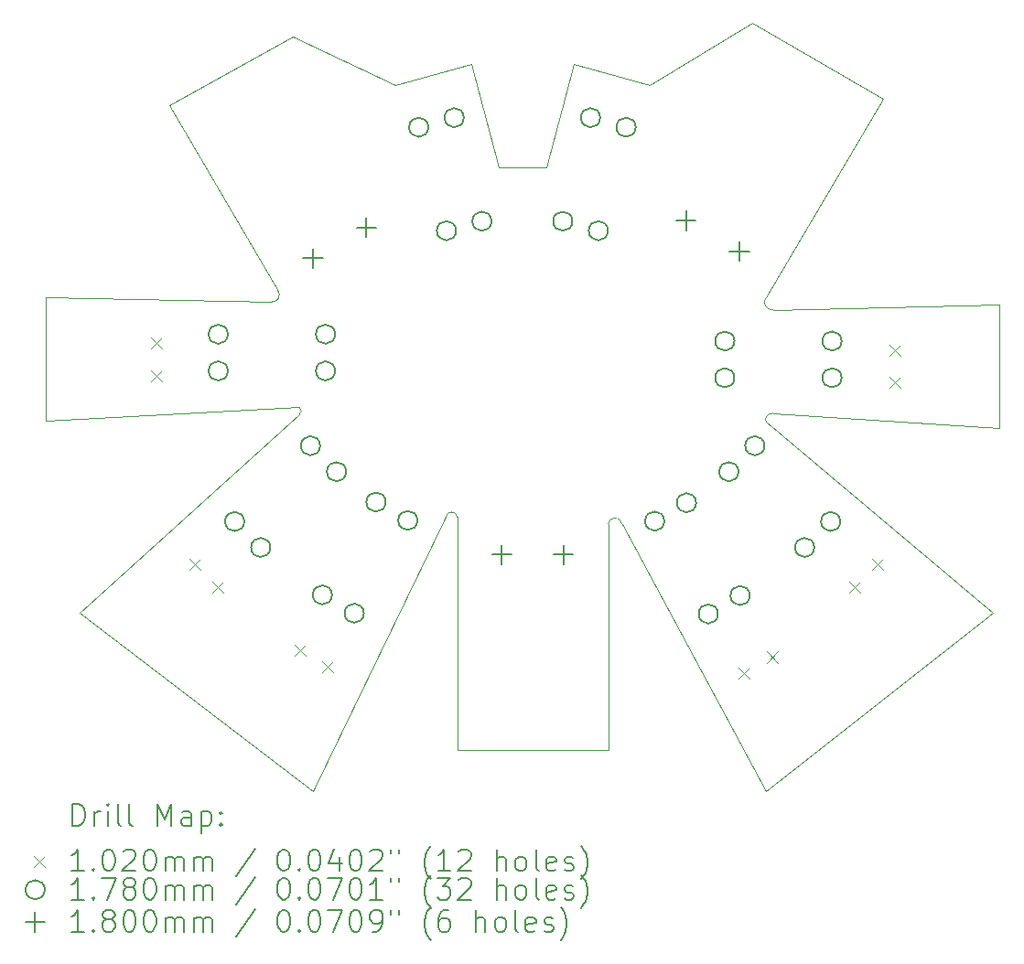
<source format=gbr>
%TF.GenerationSoftware,KiCad,Pcbnew,(6.0.8-1)-1*%
%TF.CreationDate,2023-03-06T14:56:21-08:00*%
%TF.ProjectId,urban battery - power_distribution,75726261-6e20-4626-9174-74657279202d,rev?*%
%TF.SameCoordinates,Original*%
%TF.FileFunction,Drillmap*%
%TF.FilePolarity,Positive*%
%FSLAX45Y45*%
G04 Gerber Fmt 4.5, Leading zero omitted, Abs format (unit mm)*
G04 Created by KiCad (PCBNEW (6.0.8-1)-1) date 2023-03-06 14:56:21*
%MOMM*%
%LPD*%
G01*
G04 APERTURE LIST*
%ADD10C,0.100000*%
%ADD11C,0.200000*%
%ADD12C,0.102000*%
%ADD13C,0.178000*%
%ADD14C,0.180000*%
G04 APERTURE END LIST*
D10*
X13716000Y-9144000D02*
X12763500Y-9715500D01*
X8318500Y-9906000D02*
X9327561Y-11620500D01*
X10985500Y-13716000D02*
X10985500Y-15875000D01*
X9271000Y-11721149D02*
G75*
G03*
X9327561Y-11620500I6580J62519D01*
G01*
X14922500Y-9842500D02*
X13716000Y-9144000D01*
X15938500Y-14605000D02*
X13843000Y-12833292D01*
X16002000Y-11747500D02*
X13906500Y-11795010D01*
X7175500Y-12827000D02*
X9525000Y-12700000D01*
X12065000Y-9525000D02*
X11811000Y-10477500D01*
X13843000Y-16256000D02*
X15938500Y-14605000D01*
X11112500Y-9525000D02*
X10414000Y-9715500D01*
X12509500Y-13779500D02*
X13843000Y-16256000D01*
X7493000Y-14605000D02*
X9652000Y-16256000D01*
X12509500Y-13779500D02*
G75*
G03*
X12382500Y-13779500I-63500J-6115D01*
G01*
X13843000Y-11684000D02*
X14922500Y-9842500D01*
X9271000Y-11721146D02*
X7175500Y-11684000D01*
X13842993Y-11683995D02*
G75*
G03*
X13906500Y-11795010I55007J-42205D01*
G01*
X16002000Y-12890500D02*
X16002000Y-11747500D01*
X7175500Y-11684000D02*
X7175500Y-12827000D01*
X12382500Y-15875000D02*
X12382500Y-13779500D01*
X10414000Y-9715500D02*
X9461500Y-9271000D01*
X11811000Y-10477500D02*
X11366500Y-10477500D01*
X13906500Y-12754838D02*
X16002000Y-12890500D01*
X9525000Y-12763500D02*
G75*
G03*
X9525000Y-12700000I-15880J31750D01*
G01*
X9525000Y-12763500D02*
X7493000Y-14605000D01*
X9461500Y-9271000D02*
X8318500Y-9906000D01*
X10985500Y-13716000D02*
G75*
G03*
X10882871Y-13716000I-51315J-4691D01*
G01*
X13906501Y-12754830D02*
G75*
G03*
X13843000Y-12833292I-6731J-59480D01*
G01*
X9652000Y-16256000D02*
X10882871Y-13716000D01*
X10985500Y-15875000D02*
X12382500Y-15875000D01*
X11366500Y-10477500D02*
X11112500Y-9525000D01*
X12763500Y-9715500D02*
X12065000Y-9525000D01*
D11*
D12*
X8156500Y-12054500D02*
X8258500Y-12156500D01*
X8258500Y-12054500D02*
X8156500Y-12156500D01*
X8156500Y-12354500D02*
X8258500Y-12456500D01*
X8258500Y-12354500D02*
X8156500Y-12456500D01*
X8505655Y-14103713D02*
X8607655Y-14205713D01*
X8607655Y-14103713D02*
X8505655Y-14205713D01*
X8717787Y-14315845D02*
X8819787Y-14417845D01*
X8819787Y-14315845D02*
X8717787Y-14417845D01*
X9479096Y-14897188D02*
X9581096Y-14999188D01*
X9581096Y-14897188D02*
X9479096Y-14999188D01*
X9738904Y-15047188D02*
X9840904Y-15149188D01*
X9840904Y-15047188D02*
X9738904Y-15149188D01*
X13590596Y-15110688D02*
X13692596Y-15212688D01*
X13692596Y-15110688D02*
X13590596Y-15212688D01*
X13850404Y-14960688D02*
X13952404Y-15062688D01*
X13952404Y-14960688D02*
X13850404Y-15062688D01*
X14611713Y-14315845D02*
X14713713Y-14417845D01*
X14713713Y-14315845D02*
X14611713Y-14417845D01*
X14823845Y-14103713D02*
X14925845Y-14205713D01*
X14925845Y-14103713D02*
X14823845Y-14205713D01*
X14982500Y-12118000D02*
X15084500Y-12220000D01*
X15084500Y-12118000D02*
X14982500Y-12220000D01*
X14982500Y-12418000D02*
X15084500Y-12520000D01*
X15084500Y-12418000D02*
X14982500Y-12520000D01*
D13*
X8864000Y-12022000D02*
G75*
G03*
X8864000Y-12022000I-89000J0D01*
G01*
X8864000Y-12362000D02*
G75*
G03*
X8864000Y-12362000I-89000J0D01*
G01*
X9016067Y-13756017D02*
G75*
G03*
X9016067Y-13756017I-89000J0D01*
G01*
X9256483Y-13996433D02*
G75*
G03*
X9256483Y-13996433I-89000J0D01*
G01*
X9717517Y-13054567D02*
G75*
G03*
X9717517Y-13054567I-89000J0D01*
G01*
X9827551Y-14435000D02*
G75*
G03*
X9827551Y-14435000I-89000J0D01*
G01*
X9856000Y-12022000D02*
G75*
G03*
X9856000Y-12022000I-89000J0D01*
G01*
X9856000Y-12362000D02*
G75*
G03*
X9856000Y-12362000I-89000J0D01*
G01*
X9957933Y-13294983D02*
G75*
G03*
X9957933Y-13294983I-89000J0D01*
G01*
X10122000Y-14605000D02*
G75*
G03*
X10122000Y-14605000I-89000J0D01*
G01*
X10323551Y-13575903D02*
G75*
G03*
X10323551Y-13575903I-89000J0D01*
G01*
X10618000Y-13745903D02*
G75*
G03*
X10618000Y-13745903I-89000J0D01*
G01*
X10718418Y-10105900D02*
G75*
G03*
X10718418Y-10105900I-89000J0D01*
G01*
X10975167Y-11064098D02*
G75*
G03*
X10975167Y-11064098I-89000J0D01*
G01*
X11046833Y-10017902D02*
G75*
G03*
X11046833Y-10017902I-89000J0D01*
G01*
X11303582Y-10976100D02*
G75*
G03*
X11303582Y-10976100I-89000J0D01*
G01*
X12051918Y-10976100D02*
G75*
G03*
X12051918Y-10976100I-89000J0D01*
G01*
X12308667Y-10017902D02*
G75*
G03*
X12308667Y-10017902I-89000J0D01*
G01*
X12380333Y-11064099D02*
G75*
G03*
X12380333Y-11064099I-89000J0D01*
G01*
X12637082Y-10105900D02*
G75*
G03*
X12637082Y-10105900I-89000J0D01*
G01*
X12901776Y-13752451D02*
G75*
G03*
X12901776Y-13752451I-89000J0D01*
G01*
X13196224Y-13582451D02*
G75*
G03*
X13196224Y-13582451I-89000J0D01*
G01*
X13397776Y-14611549D02*
G75*
G03*
X13397776Y-14611549I-89000J0D01*
G01*
X13551000Y-12085500D02*
G75*
G03*
X13551000Y-12085500I-89000J0D01*
G01*
X13551000Y-12425500D02*
G75*
G03*
X13551000Y-12425500I-89000J0D01*
G01*
X13588067Y-13294983D02*
G75*
G03*
X13588067Y-13294983I-89000J0D01*
G01*
X13692224Y-14441549D02*
G75*
G03*
X13692224Y-14441549I-89000J0D01*
G01*
X13828483Y-13054567D02*
G75*
G03*
X13828483Y-13054567I-89000J0D01*
G01*
X14289517Y-13996433D02*
G75*
G03*
X14289517Y-13996433I-89000J0D01*
G01*
X14529933Y-13756017D02*
G75*
G03*
X14529933Y-13756017I-89000J0D01*
G01*
X14543000Y-12085500D02*
G75*
G03*
X14543000Y-12085500I-89000J0D01*
G01*
X14543000Y-12425500D02*
G75*
G03*
X14543000Y-12425500I-89000J0D01*
G01*
D14*
X9652000Y-11228547D02*
X9652000Y-11408547D01*
X9562000Y-11318547D02*
X9742000Y-11318547D01*
X10145635Y-10943547D02*
X10145635Y-11123547D01*
X10055635Y-11033547D02*
X10235635Y-11033547D01*
X11399500Y-13972500D02*
X11399500Y-14152500D01*
X11309500Y-14062500D02*
X11489500Y-14062500D01*
X11969500Y-13972500D02*
X11969500Y-14152500D01*
X11879500Y-14062500D02*
X12059500Y-14062500D01*
X13102250Y-10879547D02*
X13102250Y-11059547D01*
X13012250Y-10969547D02*
X13192250Y-10969547D01*
X13595884Y-11164547D02*
X13595884Y-11344547D01*
X13505884Y-11254547D02*
X13685884Y-11254547D01*
D11*
X7428119Y-16571476D02*
X7428119Y-16371476D01*
X7475738Y-16371476D01*
X7504309Y-16381000D01*
X7523357Y-16400048D01*
X7532881Y-16419095D01*
X7542405Y-16457190D01*
X7542405Y-16485762D01*
X7532881Y-16523857D01*
X7523357Y-16542905D01*
X7504309Y-16561952D01*
X7475738Y-16571476D01*
X7428119Y-16571476D01*
X7628119Y-16571476D02*
X7628119Y-16438143D01*
X7628119Y-16476238D02*
X7637643Y-16457190D01*
X7647167Y-16447667D01*
X7666214Y-16438143D01*
X7685262Y-16438143D01*
X7751928Y-16571476D02*
X7751928Y-16438143D01*
X7751928Y-16371476D02*
X7742405Y-16381000D01*
X7751928Y-16390524D01*
X7761452Y-16381000D01*
X7751928Y-16371476D01*
X7751928Y-16390524D01*
X7875738Y-16571476D02*
X7856690Y-16561952D01*
X7847167Y-16542905D01*
X7847167Y-16371476D01*
X7980500Y-16571476D02*
X7961452Y-16561952D01*
X7951928Y-16542905D01*
X7951928Y-16371476D01*
X8209071Y-16571476D02*
X8209071Y-16371476D01*
X8275738Y-16514333D01*
X8342405Y-16371476D01*
X8342405Y-16571476D01*
X8523357Y-16571476D02*
X8523357Y-16466714D01*
X8513833Y-16447667D01*
X8494786Y-16438143D01*
X8456690Y-16438143D01*
X8437643Y-16447667D01*
X8523357Y-16561952D02*
X8504310Y-16571476D01*
X8456690Y-16571476D01*
X8437643Y-16561952D01*
X8428119Y-16542905D01*
X8428119Y-16523857D01*
X8437643Y-16504809D01*
X8456690Y-16495286D01*
X8504310Y-16495286D01*
X8523357Y-16485762D01*
X8618595Y-16438143D02*
X8618595Y-16638143D01*
X8618595Y-16447667D02*
X8637643Y-16438143D01*
X8675738Y-16438143D01*
X8694786Y-16447667D01*
X8704310Y-16457190D01*
X8713833Y-16476238D01*
X8713833Y-16533381D01*
X8704310Y-16552428D01*
X8694786Y-16561952D01*
X8675738Y-16571476D01*
X8637643Y-16571476D01*
X8618595Y-16561952D01*
X8799548Y-16552428D02*
X8809071Y-16561952D01*
X8799548Y-16571476D01*
X8790024Y-16561952D01*
X8799548Y-16552428D01*
X8799548Y-16571476D01*
X8799548Y-16447667D02*
X8809071Y-16457190D01*
X8799548Y-16466714D01*
X8790024Y-16457190D01*
X8799548Y-16447667D01*
X8799548Y-16466714D01*
D12*
X7068500Y-16850000D02*
X7170500Y-16952000D01*
X7170500Y-16850000D02*
X7068500Y-16952000D01*
D11*
X7532881Y-16991476D02*
X7418595Y-16991476D01*
X7475738Y-16991476D02*
X7475738Y-16791476D01*
X7456690Y-16820048D01*
X7437643Y-16839095D01*
X7418595Y-16848619D01*
X7618595Y-16972429D02*
X7628119Y-16981952D01*
X7618595Y-16991476D01*
X7609071Y-16981952D01*
X7618595Y-16972429D01*
X7618595Y-16991476D01*
X7751928Y-16791476D02*
X7770976Y-16791476D01*
X7790024Y-16801000D01*
X7799548Y-16810524D01*
X7809071Y-16829571D01*
X7818595Y-16867667D01*
X7818595Y-16915286D01*
X7809071Y-16953381D01*
X7799548Y-16972429D01*
X7790024Y-16981952D01*
X7770976Y-16991476D01*
X7751928Y-16991476D01*
X7732881Y-16981952D01*
X7723357Y-16972429D01*
X7713833Y-16953381D01*
X7704309Y-16915286D01*
X7704309Y-16867667D01*
X7713833Y-16829571D01*
X7723357Y-16810524D01*
X7732881Y-16801000D01*
X7751928Y-16791476D01*
X7894786Y-16810524D02*
X7904309Y-16801000D01*
X7923357Y-16791476D01*
X7970976Y-16791476D01*
X7990024Y-16801000D01*
X7999548Y-16810524D01*
X8009071Y-16829571D01*
X8009071Y-16848619D01*
X7999548Y-16877190D01*
X7885262Y-16991476D01*
X8009071Y-16991476D01*
X8132881Y-16791476D02*
X8151928Y-16791476D01*
X8170976Y-16801000D01*
X8180500Y-16810524D01*
X8190024Y-16829571D01*
X8199548Y-16867667D01*
X8199548Y-16915286D01*
X8190024Y-16953381D01*
X8180500Y-16972429D01*
X8170976Y-16981952D01*
X8151928Y-16991476D01*
X8132881Y-16991476D01*
X8113833Y-16981952D01*
X8104309Y-16972429D01*
X8094786Y-16953381D01*
X8085262Y-16915286D01*
X8085262Y-16867667D01*
X8094786Y-16829571D01*
X8104309Y-16810524D01*
X8113833Y-16801000D01*
X8132881Y-16791476D01*
X8285262Y-16991476D02*
X8285262Y-16858143D01*
X8285262Y-16877190D02*
X8294786Y-16867667D01*
X8313833Y-16858143D01*
X8342405Y-16858143D01*
X8361452Y-16867667D01*
X8370976Y-16886714D01*
X8370976Y-16991476D01*
X8370976Y-16886714D02*
X8380500Y-16867667D01*
X8399548Y-16858143D01*
X8428119Y-16858143D01*
X8447167Y-16867667D01*
X8456690Y-16886714D01*
X8456690Y-16991476D01*
X8551929Y-16991476D02*
X8551929Y-16858143D01*
X8551929Y-16877190D02*
X8561452Y-16867667D01*
X8580500Y-16858143D01*
X8609071Y-16858143D01*
X8628119Y-16867667D01*
X8637643Y-16886714D01*
X8637643Y-16991476D01*
X8637643Y-16886714D02*
X8647167Y-16867667D01*
X8666214Y-16858143D01*
X8694786Y-16858143D01*
X8713833Y-16867667D01*
X8723357Y-16886714D01*
X8723357Y-16991476D01*
X9113833Y-16781952D02*
X8942405Y-17039095D01*
X9370976Y-16791476D02*
X9390024Y-16791476D01*
X9409071Y-16801000D01*
X9418595Y-16810524D01*
X9428119Y-16829571D01*
X9437643Y-16867667D01*
X9437643Y-16915286D01*
X9428119Y-16953381D01*
X9418595Y-16972429D01*
X9409071Y-16981952D01*
X9390024Y-16991476D01*
X9370976Y-16991476D01*
X9351929Y-16981952D01*
X9342405Y-16972429D01*
X9332881Y-16953381D01*
X9323357Y-16915286D01*
X9323357Y-16867667D01*
X9332881Y-16829571D01*
X9342405Y-16810524D01*
X9351929Y-16801000D01*
X9370976Y-16791476D01*
X9523357Y-16972429D02*
X9532881Y-16981952D01*
X9523357Y-16991476D01*
X9513833Y-16981952D01*
X9523357Y-16972429D01*
X9523357Y-16991476D01*
X9656690Y-16791476D02*
X9675738Y-16791476D01*
X9694786Y-16801000D01*
X9704310Y-16810524D01*
X9713833Y-16829571D01*
X9723357Y-16867667D01*
X9723357Y-16915286D01*
X9713833Y-16953381D01*
X9704310Y-16972429D01*
X9694786Y-16981952D01*
X9675738Y-16991476D01*
X9656690Y-16991476D01*
X9637643Y-16981952D01*
X9628119Y-16972429D01*
X9618595Y-16953381D01*
X9609071Y-16915286D01*
X9609071Y-16867667D01*
X9618595Y-16829571D01*
X9628119Y-16810524D01*
X9637643Y-16801000D01*
X9656690Y-16791476D01*
X9894786Y-16858143D02*
X9894786Y-16991476D01*
X9847167Y-16781952D02*
X9799548Y-16924810D01*
X9923357Y-16924810D01*
X10037643Y-16791476D02*
X10056690Y-16791476D01*
X10075738Y-16801000D01*
X10085262Y-16810524D01*
X10094786Y-16829571D01*
X10104310Y-16867667D01*
X10104310Y-16915286D01*
X10094786Y-16953381D01*
X10085262Y-16972429D01*
X10075738Y-16981952D01*
X10056690Y-16991476D01*
X10037643Y-16991476D01*
X10018595Y-16981952D01*
X10009071Y-16972429D01*
X9999548Y-16953381D01*
X9990024Y-16915286D01*
X9990024Y-16867667D01*
X9999548Y-16829571D01*
X10009071Y-16810524D01*
X10018595Y-16801000D01*
X10037643Y-16791476D01*
X10180500Y-16810524D02*
X10190024Y-16801000D01*
X10209071Y-16791476D01*
X10256690Y-16791476D01*
X10275738Y-16801000D01*
X10285262Y-16810524D01*
X10294786Y-16829571D01*
X10294786Y-16848619D01*
X10285262Y-16877190D01*
X10170976Y-16991476D01*
X10294786Y-16991476D01*
X10370976Y-16791476D02*
X10370976Y-16829571D01*
X10447167Y-16791476D02*
X10447167Y-16829571D01*
X10742405Y-17067667D02*
X10732881Y-17058143D01*
X10713833Y-17029571D01*
X10704310Y-17010524D01*
X10694786Y-16981952D01*
X10685262Y-16934333D01*
X10685262Y-16896238D01*
X10694786Y-16848619D01*
X10704310Y-16820048D01*
X10713833Y-16801000D01*
X10732881Y-16772428D01*
X10742405Y-16762905D01*
X10923357Y-16991476D02*
X10809071Y-16991476D01*
X10866214Y-16991476D02*
X10866214Y-16791476D01*
X10847167Y-16820048D01*
X10828119Y-16839095D01*
X10809071Y-16848619D01*
X10999548Y-16810524D02*
X11009071Y-16801000D01*
X11028119Y-16791476D01*
X11075738Y-16791476D01*
X11094786Y-16801000D01*
X11104310Y-16810524D01*
X11113833Y-16829571D01*
X11113833Y-16848619D01*
X11104310Y-16877190D01*
X10990024Y-16991476D01*
X11113833Y-16991476D01*
X11351928Y-16991476D02*
X11351928Y-16791476D01*
X11437643Y-16991476D02*
X11437643Y-16886714D01*
X11428119Y-16867667D01*
X11409071Y-16858143D01*
X11380500Y-16858143D01*
X11361452Y-16867667D01*
X11351928Y-16877190D01*
X11561452Y-16991476D02*
X11542405Y-16981952D01*
X11532881Y-16972429D01*
X11523357Y-16953381D01*
X11523357Y-16896238D01*
X11532881Y-16877190D01*
X11542405Y-16867667D01*
X11561452Y-16858143D01*
X11590024Y-16858143D01*
X11609071Y-16867667D01*
X11618595Y-16877190D01*
X11628119Y-16896238D01*
X11628119Y-16953381D01*
X11618595Y-16972429D01*
X11609071Y-16981952D01*
X11590024Y-16991476D01*
X11561452Y-16991476D01*
X11742405Y-16991476D02*
X11723357Y-16981952D01*
X11713833Y-16962905D01*
X11713833Y-16791476D01*
X11894786Y-16981952D02*
X11875738Y-16991476D01*
X11837643Y-16991476D01*
X11818595Y-16981952D01*
X11809071Y-16962905D01*
X11809071Y-16886714D01*
X11818595Y-16867667D01*
X11837643Y-16858143D01*
X11875738Y-16858143D01*
X11894786Y-16867667D01*
X11904309Y-16886714D01*
X11904309Y-16905762D01*
X11809071Y-16924810D01*
X11980500Y-16981952D02*
X11999548Y-16991476D01*
X12037643Y-16991476D01*
X12056690Y-16981952D01*
X12066214Y-16962905D01*
X12066214Y-16953381D01*
X12056690Y-16934333D01*
X12037643Y-16924810D01*
X12009071Y-16924810D01*
X11990024Y-16915286D01*
X11980500Y-16896238D01*
X11980500Y-16886714D01*
X11990024Y-16867667D01*
X12009071Y-16858143D01*
X12037643Y-16858143D01*
X12056690Y-16867667D01*
X12132881Y-17067667D02*
X12142405Y-17058143D01*
X12161452Y-17029571D01*
X12170976Y-17010524D01*
X12180500Y-16981952D01*
X12190024Y-16934333D01*
X12190024Y-16896238D01*
X12180500Y-16848619D01*
X12170976Y-16820048D01*
X12161452Y-16801000D01*
X12142405Y-16772428D01*
X12132881Y-16762905D01*
D13*
X7170500Y-17165000D02*
G75*
G03*
X7170500Y-17165000I-89000J0D01*
G01*
D11*
X7532881Y-17255476D02*
X7418595Y-17255476D01*
X7475738Y-17255476D02*
X7475738Y-17055476D01*
X7456690Y-17084048D01*
X7437643Y-17103095D01*
X7418595Y-17112619D01*
X7618595Y-17236429D02*
X7628119Y-17245952D01*
X7618595Y-17255476D01*
X7609071Y-17245952D01*
X7618595Y-17236429D01*
X7618595Y-17255476D01*
X7694786Y-17055476D02*
X7828119Y-17055476D01*
X7742405Y-17255476D01*
X7932881Y-17141190D02*
X7913833Y-17131667D01*
X7904309Y-17122143D01*
X7894786Y-17103095D01*
X7894786Y-17093571D01*
X7904309Y-17074524D01*
X7913833Y-17065000D01*
X7932881Y-17055476D01*
X7970976Y-17055476D01*
X7990024Y-17065000D01*
X7999548Y-17074524D01*
X8009071Y-17093571D01*
X8009071Y-17103095D01*
X7999548Y-17122143D01*
X7990024Y-17131667D01*
X7970976Y-17141190D01*
X7932881Y-17141190D01*
X7913833Y-17150714D01*
X7904309Y-17160238D01*
X7894786Y-17179286D01*
X7894786Y-17217381D01*
X7904309Y-17236429D01*
X7913833Y-17245952D01*
X7932881Y-17255476D01*
X7970976Y-17255476D01*
X7990024Y-17245952D01*
X7999548Y-17236429D01*
X8009071Y-17217381D01*
X8009071Y-17179286D01*
X7999548Y-17160238D01*
X7990024Y-17150714D01*
X7970976Y-17141190D01*
X8132881Y-17055476D02*
X8151928Y-17055476D01*
X8170976Y-17065000D01*
X8180500Y-17074524D01*
X8190024Y-17093571D01*
X8199548Y-17131667D01*
X8199548Y-17179286D01*
X8190024Y-17217381D01*
X8180500Y-17236429D01*
X8170976Y-17245952D01*
X8151928Y-17255476D01*
X8132881Y-17255476D01*
X8113833Y-17245952D01*
X8104309Y-17236429D01*
X8094786Y-17217381D01*
X8085262Y-17179286D01*
X8085262Y-17131667D01*
X8094786Y-17093571D01*
X8104309Y-17074524D01*
X8113833Y-17065000D01*
X8132881Y-17055476D01*
X8285262Y-17255476D02*
X8285262Y-17122143D01*
X8285262Y-17141190D02*
X8294786Y-17131667D01*
X8313833Y-17122143D01*
X8342405Y-17122143D01*
X8361452Y-17131667D01*
X8370976Y-17150714D01*
X8370976Y-17255476D01*
X8370976Y-17150714D02*
X8380500Y-17131667D01*
X8399548Y-17122143D01*
X8428119Y-17122143D01*
X8447167Y-17131667D01*
X8456690Y-17150714D01*
X8456690Y-17255476D01*
X8551929Y-17255476D02*
X8551929Y-17122143D01*
X8551929Y-17141190D02*
X8561452Y-17131667D01*
X8580500Y-17122143D01*
X8609071Y-17122143D01*
X8628119Y-17131667D01*
X8637643Y-17150714D01*
X8637643Y-17255476D01*
X8637643Y-17150714D02*
X8647167Y-17131667D01*
X8666214Y-17122143D01*
X8694786Y-17122143D01*
X8713833Y-17131667D01*
X8723357Y-17150714D01*
X8723357Y-17255476D01*
X9113833Y-17045952D02*
X8942405Y-17303095D01*
X9370976Y-17055476D02*
X9390024Y-17055476D01*
X9409071Y-17065000D01*
X9418595Y-17074524D01*
X9428119Y-17093571D01*
X9437643Y-17131667D01*
X9437643Y-17179286D01*
X9428119Y-17217381D01*
X9418595Y-17236429D01*
X9409071Y-17245952D01*
X9390024Y-17255476D01*
X9370976Y-17255476D01*
X9351929Y-17245952D01*
X9342405Y-17236429D01*
X9332881Y-17217381D01*
X9323357Y-17179286D01*
X9323357Y-17131667D01*
X9332881Y-17093571D01*
X9342405Y-17074524D01*
X9351929Y-17065000D01*
X9370976Y-17055476D01*
X9523357Y-17236429D02*
X9532881Y-17245952D01*
X9523357Y-17255476D01*
X9513833Y-17245952D01*
X9523357Y-17236429D01*
X9523357Y-17255476D01*
X9656690Y-17055476D02*
X9675738Y-17055476D01*
X9694786Y-17065000D01*
X9704310Y-17074524D01*
X9713833Y-17093571D01*
X9723357Y-17131667D01*
X9723357Y-17179286D01*
X9713833Y-17217381D01*
X9704310Y-17236429D01*
X9694786Y-17245952D01*
X9675738Y-17255476D01*
X9656690Y-17255476D01*
X9637643Y-17245952D01*
X9628119Y-17236429D01*
X9618595Y-17217381D01*
X9609071Y-17179286D01*
X9609071Y-17131667D01*
X9618595Y-17093571D01*
X9628119Y-17074524D01*
X9637643Y-17065000D01*
X9656690Y-17055476D01*
X9790024Y-17055476D02*
X9923357Y-17055476D01*
X9837643Y-17255476D01*
X10037643Y-17055476D02*
X10056690Y-17055476D01*
X10075738Y-17065000D01*
X10085262Y-17074524D01*
X10094786Y-17093571D01*
X10104310Y-17131667D01*
X10104310Y-17179286D01*
X10094786Y-17217381D01*
X10085262Y-17236429D01*
X10075738Y-17245952D01*
X10056690Y-17255476D01*
X10037643Y-17255476D01*
X10018595Y-17245952D01*
X10009071Y-17236429D01*
X9999548Y-17217381D01*
X9990024Y-17179286D01*
X9990024Y-17131667D01*
X9999548Y-17093571D01*
X10009071Y-17074524D01*
X10018595Y-17065000D01*
X10037643Y-17055476D01*
X10294786Y-17255476D02*
X10180500Y-17255476D01*
X10237643Y-17255476D02*
X10237643Y-17055476D01*
X10218595Y-17084048D01*
X10199548Y-17103095D01*
X10180500Y-17112619D01*
X10370976Y-17055476D02*
X10370976Y-17093571D01*
X10447167Y-17055476D02*
X10447167Y-17093571D01*
X10742405Y-17331667D02*
X10732881Y-17322143D01*
X10713833Y-17293571D01*
X10704310Y-17274524D01*
X10694786Y-17245952D01*
X10685262Y-17198333D01*
X10685262Y-17160238D01*
X10694786Y-17112619D01*
X10704310Y-17084048D01*
X10713833Y-17065000D01*
X10732881Y-17036429D01*
X10742405Y-17026905D01*
X10799548Y-17055476D02*
X10923357Y-17055476D01*
X10856690Y-17131667D01*
X10885262Y-17131667D01*
X10904310Y-17141190D01*
X10913833Y-17150714D01*
X10923357Y-17169762D01*
X10923357Y-17217381D01*
X10913833Y-17236429D01*
X10904310Y-17245952D01*
X10885262Y-17255476D01*
X10828119Y-17255476D01*
X10809071Y-17245952D01*
X10799548Y-17236429D01*
X10999548Y-17074524D02*
X11009071Y-17065000D01*
X11028119Y-17055476D01*
X11075738Y-17055476D01*
X11094786Y-17065000D01*
X11104310Y-17074524D01*
X11113833Y-17093571D01*
X11113833Y-17112619D01*
X11104310Y-17141190D01*
X10990024Y-17255476D01*
X11113833Y-17255476D01*
X11351928Y-17255476D02*
X11351928Y-17055476D01*
X11437643Y-17255476D02*
X11437643Y-17150714D01*
X11428119Y-17131667D01*
X11409071Y-17122143D01*
X11380500Y-17122143D01*
X11361452Y-17131667D01*
X11351928Y-17141190D01*
X11561452Y-17255476D02*
X11542405Y-17245952D01*
X11532881Y-17236429D01*
X11523357Y-17217381D01*
X11523357Y-17160238D01*
X11532881Y-17141190D01*
X11542405Y-17131667D01*
X11561452Y-17122143D01*
X11590024Y-17122143D01*
X11609071Y-17131667D01*
X11618595Y-17141190D01*
X11628119Y-17160238D01*
X11628119Y-17217381D01*
X11618595Y-17236429D01*
X11609071Y-17245952D01*
X11590024Y-17255476D01*
X11561452Y-17255476D01*
X11742405Y-17255476D02*
X11723357Y-17245952D01*
X11713833Y-17226905D01*
X11713833Y-17055476D01*
X11894786Y-17245952D02*
X11875738Y-17255476D01*
X11837643Y-17255476D01*
X11818595Y-17245952D01*
X11809071Y-17226905D01*
X11809071Y-17150714D01*
X11818595Y-17131667D01*
X11837643Y-17122143D01*
X11875738Y-17122143D01*
X11894786Y-17131667D01*
X11904309Y-17150714D01*
X11904309Y-17169762D01*
X11809071Y-17188810D01*
X11980500Y-17245952D02*
X11999548Y-17255476D01*
X12037643Y-17255476D01*
X12056690Y-17245952D01*
X12066214Y-17226905D01*
X12066214Y-17217381D01*
X12056690Y-17198333D01*
X12037643Y-17188810D01*
X12009071Y-17188810D01*
X11990024Y-17179286D01*
X11980500Y-17160238D01*
X11980500Y-17150714D01*
X11990024Y-17131667D01*
X12009071Y-17122143D01*
X12037643Y-17122143D01*
X12056690Y-17131667D01*
X12132881Y-17331667D02*
X12142405Y-17322143D01*
X12161452Y-17293571D01*
X12170976Y-17274524D01*
X12180500Y-17245952D01*
X12190024Y-17198333D01*
X12190024Y-17160238D01*
X12180500Y-17112619D01*
X12170976Y-17084048D01*
X12161452Y-17065000D01*
X12142405Y-17036429D01*
X12132881Y-17026905D01*
D14*
X7080500Y-17373000D02*
X7080500Y-17553000D01*
X6990500Y-17463000D02*
X7170500Y-17463000D01*
D11*
X7532881Y-17553476D02*
X7418595Y-17553476D01*
X7475738Y-17553476D02*
X7475738Y-17353476D01*
X7456690Y-17382048D01*
X7437643Y-17401095D01*
X7418595Y-17410619D01*
X7618595Y-17534429D02*
X7628119Y-17543952D01*
X7618595Y-17553476D01*
X7609071Y-17543952D01*
X7618595Y-17534429D01*
X7618595Y-17553476D01*
X7742405Y-17439190D02*
X7723357Y-17429667D01*
X7713833Y-17420143D01*
X7704309Y-17401095D01*
X7704309Y-17391571D01*
X7713833Y-17372524D01*
X7723357Y-17363000D01*
X7742405Y-17353476D01*
X7780500Y-17353476D01*
X7799548Y-17363000D01*
X7809071Y-17372524D01*
X7818595Y-17391571D01*
X7818595Y-17401095D01*
X7809071Y-17420143D01*
X7799548Y-17429667D01*
X7780500Y-17439190D01*
X7742405Y-17439190D01*
X7723357Y-17448714D01*
X7713833Y-17458238D01*
X7704309Y-17477286D01*
X7704309Y-17515381D01*
X7713833Y-17534429D01*
X7723357Y-17543952D01*
X7742405Y-17553476D01*
X7780500Y-17553476D01*
X7799548Y-17543952D01*
X7809071Y-17534429D01*
X7818595Y-17515381D01*
X7818595Y-17477286D01*
X7809071Y-17458238D01*
X7799548Y-17448714D01*
X7780500Y-17439190D01*
X7942405Y-17353476D02*
X7961452Y-17353476D01*
X7980500Y-17363000D01*
X7990024Y-17372524D01*
X7999548Y-17391571D01*
X8009071Y-17429667D01*
X8009071Y-17477286D01*
X7999548Y-17515381D01*
X7990024Y-17534429D01*
X7980500Y-17543952D01*
X7961452Y-17553476D01*
X7942405Y-17553476D01*
X7923357Y-17543952D01*
X7913833Y-17534429D01*
X7904309Y-17515381D01*
X7894786Y-17477286D01*
X7894786Y-17429667D01*
X7904309Y-17391571D01*
X7913833Y-17372524D01*
X7923357Y-17363000D01*
X7942405Y-17353476D01*
X8132881Y-17353476D02*
X8151928Y-17353476D01*
X8170976Y-17363000D01*
X8180500Y-17372524D01*
X8190024Y-17391571D01*
X8199548Y-17429667D01*
X8199548Y-17477286D01*
X8190024Y-17515381D01*
X8180500Y-17534429D01*
X8170976Y-17543952D01*
X8151928Y-17553476D01*
X8132881Y-17553476D01*
X8113833Y-17543952D01*
X8104309Y-17534429D01*
X8094786Y-17515381D01*
X8085262Y-17477286D01*
X8085262Y-17429667D01*
X8094786Y-17391571D01*
X8104309Y-17372524D01*
X8113833Y-17363000D01*
X8132881Y-17353476D01*
X8285262Y-17553476D02*
X8285262Y-17420143D01*
X8285262Y-17439190D02*
X8294786Y-17429667D01*
X8313833Y-17420143D01*
X8342405Y-17420143D01*
X8361452Y-17429667D01*
X8370976Y-17448714D01*
X8370976Y-17553476D01*
X8370976Y-17448714D02*
X8380500Y-17429667D01*
X8399548Y-17420143D01*
X8428119Y-17420143D01*
X8447167Y-17429667D01*
X8456690Y-17448714D01*
X8456690Y-17553476D01*
X8551929Y-17553476D02*
X8551929Y-17420143D01*
X8551929Y-17439190D02*
X8561452Y-17429667D01*
X8580500Y-17420143D01*
X8609071Y-17420143D01*
X8628119Y-17429667D01*
X8637643Y-17448714D01*
X8637643Y-17553476D01*
X8637643Y-17448714D02*
X8647167Y-17429667D01*
X8666214Y-17420143D01*
X8694786Y-17420143D01*
X8713833Y-17429667D01*
X8723357Y-17448714D01*
X8723357Y-17553476D01*
X9113833Y-17343952D02*
X8942405Y-17601095D01*
X9370976Y-17353476D02*
X9390024Y-17353476D01*
X9409071Y-17363000D01*
X9418595Y-17372524D01*
X9428119Y-17391571D01*
X9437643Y-17429667D01*
X9437643Y-17477286D01*
X9428119Y-17515381D01*
X9418595Y-17534429D01*
X9409071Y-17543952D01*
X9390024Y-17553476D01*
X9370976Y-17553476D01*
X9351929Y-17543952D01*
X9342405Y-17534429D01*
X9332881Y-17515381D01*
X9323357Y-17477286D01*
X9323357Y-17429667D01*
X9332881Y-17391571D01*
X9342405Y-17372524D01*
X9351929Y-17363000D01*
X9370976Y-17353476D01*
X9523357Y-17534429D02*
X9532881Y-17543952D01*
X9523357Y-17553476D01*
X9513833Y-17543952D01*
X9523357Y-17534429D01*
X9523357Y-17553476D01*
X9656690Y-17353476D02*
X9675738Y-17353476D01*
X9694786Y-17363000D01*
X9704310Y-17372524D01*
X9713833Y-17391571D01*
X9723357Y-17429667D01*
X9723357Y-17477286D01*
X9713833Y-17515381D01*
X9704310Y-17534429D01*
X9694786Y-17543952D01*
X9675738Y-17553476D01*
X9656690Y-17553476D01*
X9637643Y-17543952D01*
X9628119Y-17534429D01*
X9618595Y-17515381D01*
X9609071Y-17477286D01*
X9609071Y-17429667D01*
X9618595Y-17391571D01*
X9628119Y-17372524D01*
X9637643Y-17363000D01*
X9656690Y-17353476D01*
X9790024Y-17353476D02*
X9923357Y-17353476D01*
X9837643Y-17553476D01*
X10037643Y-17353476D02*
X10056690Y-17353476D01*
X10075738Y-17363000D01*
X10085262Y-17372524D01*
X10094786Y-17391571D01*
X10104310Y-17429667D01*
X10104310Y-17477286D01*
X10094786Y-17515381D01*
X10085262Y-17534429D01*
X10075738Y-17543952D01*
X10056690Y-17553476D01*
X10037643Y-17553476D01*
X10018595Y-17543952D01*
X10009071Y-17534429D01*
X9999548Y-17515381D01*
X9990024Y-17477286D01*
X9990024Y-17429667D01*
X9999548Y-17391571D01*
X10009071Y-17372524D01*
X10018595Y-17363000D01*
X10037643Y-17353476D01*
X10199548Y-17553476D02*
X10237643Y-17553476D01*
X10256690Y-17543952D01*
X10266214Y-17534429D01*
X10285262Y-17505857D01*
X10294786Y-17467762D01*
X10294786Y-17391571D01*
X10285262Y-17372524D01*
X10275738Y-17363000D01*
X10256690Y-17353476D01*
X10218595Y-17353476D01*
X10199548Y-17363000D01*
X10190024Y-17372524D01*
X10180500Y-17391571D01*
X10180500Y-17439190D01*
X10190024Y-17458238D01*
X10199548Y-17467762D01*
X10218595Y-17477286D01*
X10256690Y-17477286D01*
X10275738Y-17467762D01*
X10285262Y-17458238D01*
X10294786Y-17439190D01*
X10370976Y-17353476D02*
X10370976Y-17391571D01*
X10447167Y-17353476D02*
X10447167Y-17391571D01*
X10742405Y-17629667D02*
X10732881Y-17620143D01*
X10713833Y-17591571D01*
X10704310Y-17572524D01*
X10694786Y-17543952D01*
X10685262Y-17496333D01*
X10685262Y-17458238D01*
X10694786Y-17410619D01*
X10704310Y-17382048D01*
X10713833Y-17363000D01*
X10732881Y-17334429D01*
X10742405Y-17324905D01*
X10904310Y-17353476D02*
X10866214Y-17353476D01*
X10847167Y-17363000D01*
X10837643Y-17372524D01*
X10818595Y-17401095D01*
X10809071Y-17439190D01*
X10809071Y-17515381D01*
X10818595Y-17534429D01*
X10828119Y-17543952D01*
X10847167Y-17553476D01*
X10885262Y-17553476D01*
X10904310Y-17543952D01*
X10913833Y-17534429D01*
X10923357Y-17515381D01*
X10923357Y-17467762D01*
X10913833Y-17448714D01*
X10904310Y-17439190D01*
X10885262Y-17429667D01*
X10847167Y-17429667D01*
X10828119Y-17439190D01*
X10818595Y-17448714D01*
X10809071Y-17467762D01*
X11161452Y-17553476D02*
X11161452Y-17353476D01*
X11247167Y-17553476D02*
X11247167Y-17448714D01*
X11237643Y-17429667D01*
X11218595Y-17420143D01*
X11190024Y-17420143D01*
X11170976Y-17429667D01*
X11161452Y-17439190D01*
X11370976Y-17553476D02*
X11351928Y-17543952D01*
X11342405Y-17534429D01*
X11332881Y-17515381D01*
X11332881Y-17458238D01*
X11342405Y-17439190D01*
X11351928Y-17429667D01*
X11370976Y-17420143D01*
X11399548Y-17420143D01*
X11418595Y-17429667D01*
X11428119Y-17439190D01*
X11437643Y-17458238D01*
X11437643Y-17515381D01*
X11428119Y-17534429D01*
X11418595Y-17543952D01*
X11399548Y-17553476D01*
X11370976Y-17553476D01*
X11551928Y-17553476D02*
X11532881Y-17543952D01*
X11523357Y-17524905D01*
X11523357Y-17353476D01*
X11704309Y-17543952D02*
X11685262Y-17553476D01*
X11647167Y-17553476D01*
X11628119Y-17543952D01*
X11618595Y-17524905D01*
X11618595Y-17448714D01*
X11628119Y-17429667D01*
X11647167Y-17420143D01*
X11685262Y-17420143D01*
X11704309Y-17429667D01*
X11713833Y-17448714D01*
X11713833Y-17467762D01*
X11618595Y-17486810D01*
X11790024Y-17543952D02*
X11809071Y-17553476D01*
X11847167Y-17553476D01*
X11866214Y-17543952D01*
X11875738Y-17524905D01*
X11875738Y-17515381D01*
X11866214Y-17496333D01*
X11847167Y-17486810D01*
X11818595Y-17486810D01*
X11799548Y-17477286D01*
X11790024Y-17458238D01*
X11790024Y-17448714D01*
X11799548Y-17429667D01*
X11818595Y-17420143D01*
X11847167Y-17420143D01*
X11866214Y-17429667D01*
X11942405Y-17629667D02*
X11951928Y-17620143D01*
X11970976Y-17591571D01*
X11980500Y-17572524D01*
X11990024Y-17543952D01*
X11999548Y-17496333D01*
X11999548Y-17458238D01*
X11990024Y-17410619D01*
X11980500Y-17382048D01*
X11970976Y-17363000D01*
X11951928Y-17334429D01*
X11942405Y-17324905D01*
M02*

</source>
